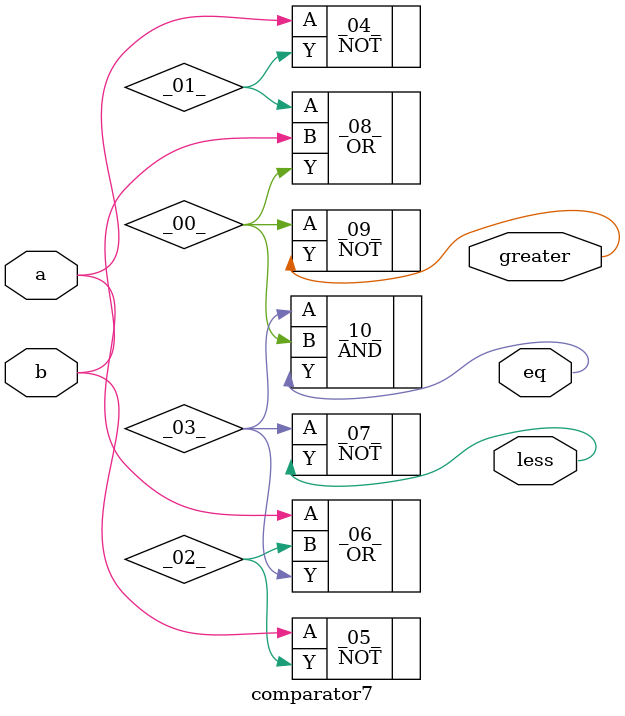
<source format=v>
/* Generated by Yosys 0.41+83 (git sha1 7045cf509, x86_64-w64-mingw32-g++ 13.2.1 -Os) */

/* cells_not_processed =  1  */
/* src = "comparator7.v:1.1-15.10" */
module comparator7(a, b, eq, greater, less);
  wire _00_;
  wire _01_;
  wire _02_;
  wire _03_;
  /* src = "comparator7.v:2.11-2.12" */
  input a;
  wire a;
  /* src = "comparator7.v:3.11-3.12" */
  input b;
  wire b;
  /* src = "comparator7.v:4.16-4.18" */
  output eq;
  wire eq;
  /* src = "comparator7.v:5.16-5.23" */
  output greater;
  wire greater;
  /* src = "comparator7.v:6.16-6.20" */
  output less;
  wire less;
  NOT _04_ (
    .A(a),
    .Y(_01_)
  );
  NOT _05_ (
    .A(b),
    .Y(_02_)
  );
  OR _06_ (
    .A(a),
    .B(_02_),
    .Y(_03_)
  );
  NOT _07_ (
    .A(_03_),
    .Y(less)
  );
  OR _08_ (
    .A(_01_),
    .B(b),
    .Y(_00_)
  );
  NOT _09_ (
    .A(_00_),
    .Y(greater)
  );
  AND _10_ (
    .A(_03_),
    .B(_00_),
    .Y(eq)
  );
endmodule

</source>
